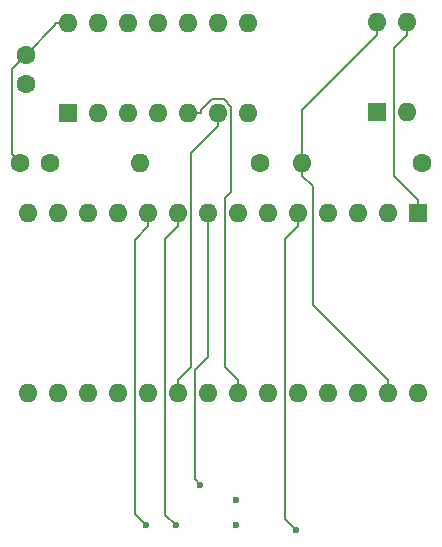
<source format=gbr>
%TF.GenerationSoftware,KiCad,Pcbnew,8.0.1*%
%TF.CreationDate,2024-04-05T09:22:38+02:00*%
%TF.ProjectId,zx-interface-2-rom,7a782d69-6e74-4657-9266-6163652d322d,rev?*%
%TF.SameCoordinates,Original*%
%TF.FileFunction,Copper,L3,Inr*%
%TF.FilePolarity,Positive*%
%FSLAX46Y46*%
G04 Gerber Fmt 4.6, Leading zero omitted, Abs format (unit mm)*
G04 Created by KiCad (PCBNEW 8.0.1) date 2024-04-05 09:22:38*
%MOMM*%
%LPD*%
G01*
G04 APERTURE LIST*
%TA.AperFunction,ComponentPad*%
%ADD10C,1.600000*%
%TD*%
%TA.AperFunction,ComponentPad*%
%ADD11O,1.600000X1.600000*%
%TD*%
%TA.AperFunction,ComponentPad*%
%ADD12R,1.600000X1.600000*%
%TD*%
%TA.AperFunction,ViaPad*%
%ADD13C,0.600000*%
%TD*%
%TA.AperFunction,Conductor*%
%ADD14C,0.200000*%
%TD*%
G04 APERTURE END LIST*
D10*
%TO.N,+5V*%
%TO.C,R2*%
X120600000Y-61025000D03*
D11*
%TO.N,Net-(U1-A14)*%
X110440000Y-61025000D03*
%TD*%
D10*
%TO.N,+5V*%
%TO.C,C2*%
X86525000Y-61000000D03*
%TO.N,GND*%
X89025000Y-61000000D03*
%TD*%
D12*
%TO.N,Net-(U1-A15)*%
%TO.C,U1*%
X120230000Y-65300000D03*
D11*
%TO.N,A12*%
X117690000Y-65300000D03*
%TO.N,A7*%
X115150000Y-65300000D03*
%TO.N,A6*%
X112610000Y-65300000D03*
%TO.N,A5*%
X110070000Y-65300000D03*
%TO.N,A4*%
X107530000Y-65300000D03*
%TO.N,A3*%
X104990000Y-65300000D03*
%TO.N,A2*%
X102450000Y-65300000D03*
%TO.N,A1*%
X99910000Y-65300000D03*
%TO.N,A0*%
X97370000Y-65300000D03*
%TO.N,D0*%
X94830000Y-65300000D03*
%TO.N,D1*%
X92290000Y-65300000D03*
%TO.N,D2*%
X89750000Y-65300000D03*
%TO.N,GND*%
X87210000Y-65300000D03*
%TO.N,D3*%
X87210000Y-80540000D03*
%TO.N,D4*%
X89750000Y-80540000D03*
%TO.N,D5*%
X92290000Y-80540000D03*
%TO.N,D6*%
X94830000Y-80540000D03*
%TO.N,D7*%
X97370000Y-80540000D03*
%TO.N,Net-(U1-~{CE})*%
X99910000Y-80540000D03*
%TO.N,A10*%
X102450000Y-80540000D03*
%TO.N,Net-(J1-~{MREQ})*%
X104990000Y-80540000D03*
%TO.N,A11*%
X107530000Y-80540000D03*
%TO.N,A9*%
X110070000Y-80540000D03*
%TO.N,A8*%
X112610000Y-80540000D03*
%TO.N,A13*%
X115150000Y-80540000D03*
%TO.N,Net-(U1-A14)*%
X117690000Y-80540000D03*
%TO.N,+5V*%
X120230000Y-80540000D03*
%TD*%
D10*
%TO.N,+5V*%
%TO.C,C1*%
X87000000Y-51875000D03*
%TO.N,GND*%
X87000000Y-54375000D03*
%TD*%
D12*
%TO.N,GND*%
%TO.C,SW1*%
X116735000Y-56750000D03*
D11*
X119275000Y-56750000D03*
%TO.N,Net-(U1-A15)*%
X119275000Y-49130000D03*
%TO.N,Net-(U1-A14)*%
X116735000Y-49130000D03*
%TD*%
D10*
%TO.N,+5V*%
%TO.C,R1*%
X106830000Y-61000000D03*
D11*
%TO.N,Net-(U1-A15)*%
X96670000Y-61000000D03*
%TD*%
D12*
%TO.N,Net-(J1-A15)*%
%TO.C,U2*%
X90610000Y-56770000D03*
D11*
%TO.N,Net-(J1-A14)*%
X93150000Y-56770000D03*
%TO.N,Net-(U2-Pad3)*%
X95690000Y-56770000D03*
X98230000Y-56770000D03*
%TO.N,Net-(J1-~{MREQ})*%
X100770000Y-56770000D03*
%TO.N,Net-(U1-~{CE})*%
X103310000Y-56770000D03*
%TO.N,GND*%
X105850000Y-56770000D03*
%TO.N,unconnected-(U2-Pad8)*%
X105850000Y-49150000D03*
%TO.N,GND*%
X103310000Y-49150000D03*
X100770000Y-49150000D03*
%TO.N,unconnected-(U2-Pad11)*%
X98230000Y-49150000D03*
%TO.N,GND*%
X95690000Y-49150000D03*
X93150000Y-49150000D03*
%TO.N,+5V*%
X90610000Y-49150000D03*
%TD*%
D13*
%TO.N,A2*%
X101786900Y-88269000D03*
%TO.N,A1*%
X99720000Y-91720500D03*
%TO.N,A0*%
X97180000Y-91720500D03*
%TO.N,A5*%
X109900700Y-92148200D03*
%TO.N,A4*%
X104800000Y-91720500D03*
%TO.N,A3*%
X104800000Y-89554700D03*
%TD*%
D14*
%TO.N,+5V*%
X89508300Y-49150000D02*
X89508300Y-49366700D01*
X89508300Y-49366700D02*
X87000000Y-51875000D01*
X87000000Y-51875000D02*
X85832400Y-53042600D01*
X90610000Y-49150000D02*
X89508300Y-49150000D01*
X85832400Y-53042600D02*
X85832400Y-60307400D01*
X85832400Y-60307400D02*
X86525000Y-61000000D01*
%TO.N,Net-(U1-A14)*%
X111340000Y-73088300D02*
X111340000Y-63026700D01*
X110440000Y-56526700D02*
X110440000Y-61025000D01*
X116735000Y-49130000D02*
X116735000Y-50231700D01*
X117690000Y-79438300D02*
X111340000Y-73088300D01*
X116735000Y-50231700D02*
X110440000Y-56526700D01*
X117690000Y-80540000D02*
X117690000Y-79438300D01*
X111340000Y-63026700D02*
X110440000Y-62126700D01*
X110440000Y-61025000D02*
X110440000Y-62126700D01*
%TO.N,A2*%
X101331700Y-87813800D02*
X101786900Y-88269000D01*
X102450000Y-65300000D02*
X102450000Y-77432800D01*
X101331700Y-78551100D02*
X101331700Y-87813800D01*
X102450000Y-77432800D02*
X101331700Y-78551100D01*
%TO.N,Net-(U1-A15)*%
X118170600Y-51336100D02*
X118170600Y-62138900D01*
X120230000Y-65300000D02*
X120230000Y-64198300D01*
X118170600Y-62138900D02*
X120230000Y-64198300D01*
X119275000Y-50231700D02*
X118170600Y-51336100D01*
X119275000Y-49130000D02*
X119275000Y-50231700D01*
%TO.N,A1*%
X98802900Y-67508800D02*
X98802900Y-90803400D01*
X99910000Y-66401700D02*
X98802900Y-67508800D01*
X98802900Y-90803400D02*
X99720000Y-91720500D01*
X99910000Y-65300000D02*
X99910000Y-66401700D01*
%TO.N,A0*%
X97370000Y-65300000D02*
X97370000Y-66401700D01*
X96235000Y-67536700D02*
X96235000Y-90775500D01*
X97370000Y-66401700D02*
X96235000Y-67536700D01*
X96235000Y-90775500D02*
X97180000Y-91720500D01*
%TO.N,A5*%
X108958700Y-67513000D02*
X108958700Y-91206200D01*
X108958700Y-91206200D02*
X109900700Y-92148200D01*
X110070000Y-66401700D02*
X108958700Y-67513000D01*
X110070000Y-65300000D02*
X110070000Y-66401700D01*
%TO.N,Net-(J1-~{MREQ})*%
X103883100Y-78331400D02*
X103883100Y-64036700D01*
X104990000Y-79438300D02*
X103883100Y-78331400D01*
X103883100Y-64036700D02*
X104416700Y-63503100D01*
X100770000Y-56770000D02*
X101871700Y-56770000D01*
X103773400Y-55616800D02*
X102796600Y-55616800D01*
X102796600Y-55616800D02*
X101871700Y-56541700D01*
X104990000Y-80540000D02*
X104990000Y-79438300D01*
X104416700Y-56260100D02*
X103773400Y-55616800D01*
X101871700Y-56541700D02*
X101871700Y-56770000D01*
X104416700Y-63503100D02*
X104416700Y-56260100D01*
%TO.N,Net-(U1-~{CE})*%
X103310000Y-57871700D02*
X101011700Y-60170000D01*
X99910000Y-80540000D02*
X99910000Y-79438300D01*
X103310000Y-56770000D02*
X103310000Y-57871700D01*
X99910000Y-79375500D02*
X99910000Y-79438300D01*
X101011700Y-78273800D02*
X99910000Y-79375500D01*
X101011700Y-60170000D02*
X101011700Y-78273800D01*
%TD*%
M02*

</source>
